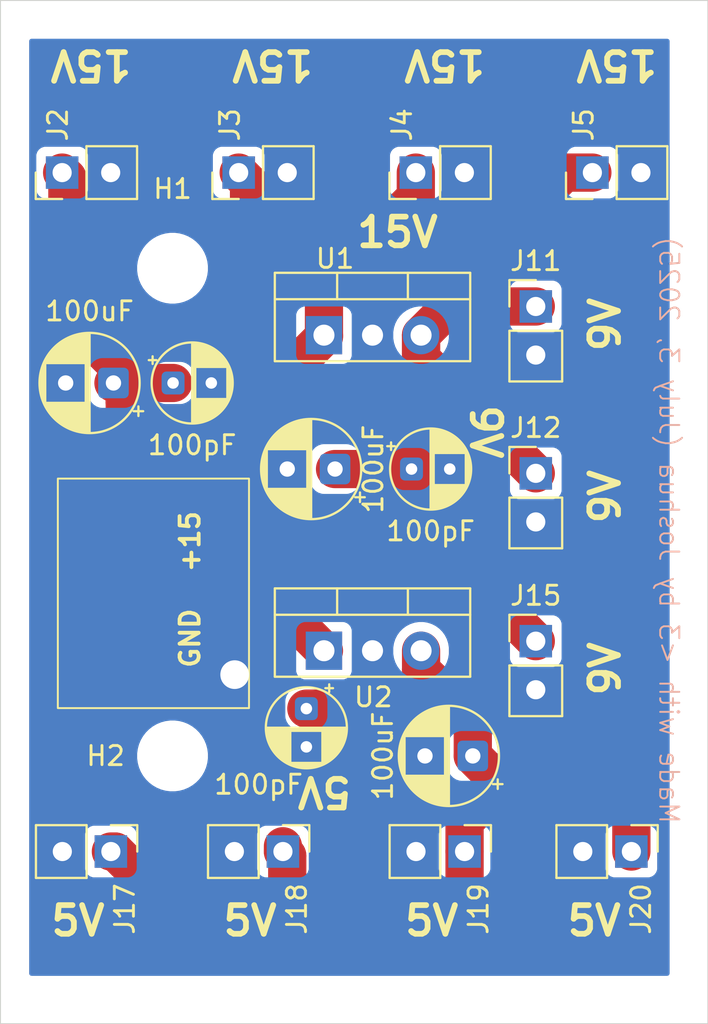
<source format=kicad_pcb>
(kicad_pcb (version 20241229) (generator "pcbnew") (generator_version "9.0")
  (layers (0 "F.Cu" signal) (2 "B.Cu" signal) (13 "F.Paste" user) (15 "B.Paste" user) (5 "F.SilkS" user "F.Silkscreen") (7 "B.SilkS" user "B.Silkscreen") (1 "F.Mask" user) (3 "B.Mask" user) (25 "Edge.Cuts" user))
  (net 0 "")
  (net 1 "Net-(J1-Pin_2)")
  (net 2 "Net-(J17-Pin_1)")
  (net 3 "GND")
  (net 4 "Net-(J11-Pin_1)")
  (footprint "Connector_PinHeader_2.54mm:PinHeader_1x02_P2.54mm_Vertical" (layer "F.Cu") (at 84.275 90 -90)
    (property "Reference" "J18" (at 3 -0.725 90) (layer "F.SilkS"))
    (property "Value" "Conn_01x02")
    (pad "1" thru_hole rect (at 0 0 270) (size 1.7 1.7) (drill 1) (layers "*.Cu" "*.Mask") (net 2 "Net-(J17-Pin_1)"))
    (pad "2" thru_hole circle (at 0 2.54 270) (size 1.7 1.7) (drill 1) (layers "*.Cu" "*.Mask") (net 3 "GND"))
  )
  (footprint "Connector_PinHeader_2.54mm:PinHeader_1x02_P2.54mm_Vertical" (layer "F.Cu") (at 100.46 54.5 90)
    (property "Reference" "J5" (at 2.5 -0.46 90) (layer "F.SilkS"))
    (property "Value" "Conn_01x02")
    (pad "1" thru_hole rect (at 0 0 90) (size 1.7 1.7) (drill 1) (layers "*.Cu" "*.Mask") (net 1 "Net-(J1-Pin_2)"))
    (pad "2" thru_hole circle (at 0 2.54 90) (size 1.7 1.7) (drill 1) (layers "*.Cu" "*.Mask") (net 3 "GND"))
  )
  (footprint "Connector_PinHeader_2.54mm:PinHeader_1x02_P2.54mm_Vertical" (layer "F.Cu") (at 97.5 61.5)
    (property "Reference" "J11" (at 0 -2.38 0) (layer "F.SilkS"))
    (property "Value" "Conn_01x02")
    (pad "1" thru_hole rect (at 0 0) (size 1.7 1.7) (drill 1) (layers "*.Cu" "*.Mask") (net 4 "Net-(J11-Pin_1)"))
    (pad "2" thru_hole circle (at 0 2.54) (size 1.7 1.7) (drill 1) (layers "*.Cu" "*.Mask") (net 3 "GND"))
  )
  (footprint "Connector_PinHeader_2.54mm:PinHeader_1x02_P2.54mm_Vertical" (layer "F.Cu") (at 102.5 90 -90)
    (property "Reference" "J20" (at 3 -0.5 90) (layer "F.SilkS"))
    (property "Value" "Conn_01x02")
    (pad "1" thru_hole rect (at 0 0 270) (size 1.7 1.7) (drill 1) (layers "*.Cu" "*.Mask") (net 2 "Net-(J17-Pin_1)"))
    (pad "2" thru_hole circle (at 0 2.54 270) (size 1.7 1.7) (drill 1) (layers "*.Cu" "*.Mask") (net 3 "GND"))
  )
  (footprint "Connector_PinHeader_2.54mm:PinHeader_1x02_P2.54mm_Vertical" (layer "F.Cu") (at 91.225 54.5 90)
    (property "Reference" "J4" (at 2.5 -0.725 90) (layer "F.SilkS"))
    (property "Value" "Conn_01x02")
    (pad "1" thru_hole rect (at 0 0 90) (size 1.7 1.7) (drill 1) (layers "*.Cu" "*.Mask") (net 1 "Net-(J1-Pin_2)"))
    (pad "2" thru_hole circle (at 0 2.54 90) (size 1.7 1.7) (drill 1) (layers "*.Cu" "*.Mask") (net 3 "GND"))
  )
  (footprint "Package_TO_SOT_THT:TO-220-3_Vertical" (layer "F.Cu") (at 86.42 63)
    (property "Reference" "U1" (at 0.58 -4 0) (layer "F.SilkS"))
    (property "Value" "LM7805_TO220")
    (pad "1" thru_hole rect (at 0 0) (size 1.905 2) (drill 1.1) (layers "*.Cu" "*.Mask") (net 1 "Net-(J1-Pin_2)"))
    (pad "2" thru_hole oval (at 2.54 0) (size 1.905 2) (drill 1.1) (layers "*.Cu" "*.Mask") (net 3 "GND"))
    (pad "3" thru_hole oval (at 5.08 0) (size 1.905 2) (drill 1.1) (layers "*.Cu" "*.Mask") (net 4 "Net-(J11-Pin_1)"))
  )
  (footprint "Connector_PinHeader_2.54mm:PinHeader_1x02_P2.54mm_Vertical" (layer "F.Cu") (at 81.96 54.5 90)
    (property "Reference" "J3" (at 2.5 -0.46 90) (layer "F.SilkS"))
    (property "Value" "Conn_01x02")
    (pad "1" thru_hole rect (at 0 0 90) (size 1.7 1.7) (drill 1) (layers "*.Cu" "*.Mask") (net 1 "Net-(J1-Pin_2)"))
    (pad "2" thru_hole circle (at 0 2.54 90) (size 1.7 1.7) (drill 1) (layers "*.Cu" "*.Mask") (net 3 "GND"))
  )
  (footprint "Package_TO_SOT_THT:TO-220-3_Vertical" (layer "F.Cu") (at 86.42 79.5)
    (property "Reference" "U2" (at 2.58 2.427401 0) (layer "F.SilkS"))
    (property "Value" "L7809")
    (pad "1" thru_hole rect (at 0 0) (size 1.905 2) (drill 1.1) (layers "*.Cu" "*.Mask") (net 1 "Net-(J1-Pin_2)"))
    (pad "2" thru_hole oval (at 2.54 0) (size 1.905 2) (drill 1.1) (layers "*.Cu" "*.Mask") (net 3 "GND"))
    (pad "3" thru_hole oval (at 5.08 0) (size 1.905 2) (drill 1.1) (layers "*.Cu" "*.Mask") (net 2 "Net-(J17-Pin_1)"))
  )
  (footprint "Capacitor_THT:CP_Radial_D5.0mm_P2.50mm" (layer "F.Cu") (at 94.205113 85 180)
    (property "Reference" "C4")
    (property "Value" "100uF" (at 4.705112 0 90) (layer "F.SilkS"))
    (pad "1" thru_hole roundrect (at 0 0 180) (size 1.6 1.6) (drill 0.8) (layers "*.Cu" "*.Mask") (roundrect_rratio 0.15625) (net 2 "Net-(J17-Pin_1)"))
    (pad "2" thru_hole circle (at 2.5 0 180) (size 1.6 1.6) (drill 0.8) (layers "*.Cu" "*.Mask") (net 3 "GND"))
  )
  (footprint "ENPH22:Untitled" (layer "F.Cu") (at 79 76.5 90)
    (property "Reference" "J1" (hide yes))
    (property "Value" "Conn_01x02" (hide yes))
    (fp_text user "+15" (at 1 1 90) (layer "F.SilkS") (effects (font (thickness 0.2) (bold yes)) (justify left bottom)))
    (fp_text user "GND" (at -4 1 90) (layer "F.SilkS") (effects (font (thickness 0.2) (bold yes)) (justify left bottom)))
    (pad "1" smd roundrect (at -2.5 -3 90) (size 3.5 4) (layers "F.Cu" "F.Mask" "F.Paste") (roundrect_rratio 0.15) (net 3 "GND"))
    (pad "2" smd roundrect (at 3 -3 90) (size 3.5 4) (layers "F.Cu" "F.Mask" "F.Paste") (roundrect_rratio 0.15) (net 1 "Net-(J1-Pin_2)"))
  )
  (footprint "Connector_PinHeader_2.54mm:PinHeader_1x02_P2.54mm_Vertical" (layer "F.Cu") (at 93.775 90 -90)
    (property "Reference" "J19" (at 3 -0.725 90) (layer "F.SilkS"))
    (property "Value" "Conn_01x02")
    (pad "1" thru_hole rect (at 0 0 270) (size 1.7 1.7) (drill 1) (layers "*.Cu" "*.Mask") (net 2 "Net-(J17-Pin_1)"))
    (pad "2" thru_hole circle (at 0 2.54 270) (size 1.7 1.7) (drill 1) (layers "*.Cu" "*.Mask") (net 3 "GND"))
  )
  (footprint "Capacitor_THT:CP_Radial_D4.0mm_P2.00mm" (layer "F.Cu") (at 85.5 82.527401 -90)
    (property "Reference" "C6")
    (property "Value" "100pF" (at 3.972599 2.5 0) (layer "F.SilkS"))
    (pad "1" thru_hole roundrect (at 0 0 270) (size 1.2 1.2) (drill 0.6) (layers "*.Cu" "*.Mask") (roundrect_rratio 0.208333) (net 2 "Net-(J17-Pin_1)"))
    (pad "2" thru_hole circle (at 2 0 270) (size 1.2 1.2) (drill 0.6) (layers "*.Cu" "*.Mask") (net 3 "GND"))
  )
  (footprint "MountingHole:MountingHole_3.2mm_M3" (layer "F.Cu") (at 78.5 59.5)
    (property "Reference" "H1" (at 0 -4.15 0) (layer "F.SilkS"))
    (property "Value" "MountingHole")
    (pad "" np_thru_hole circle (at 0 0) (size 3.2 3.2) (drill 3.2) (layers "*.Cu" "*.Mask"))
  )
  (footprint "Connector_PinHeader_2.54mm:PinHeader_1x02_P2.54mm_Vertical" (layer "F.Cu") (at 72.725 54.5 90)
    (property "Reference" "J2" (at 2.5 -0.225 90) (layer "F.SilkS"))
    (property "Value" "Conn_01x02")
    (pad "1" thru_hole rect (at 0 0 90) (size 1.7 1.7) (drill 1) (layers "*.Cu" "*.Mask") (net 1 "Net-(J1-Pin_2)"))
    (pad "2" thru_hole circle (at 0 2.54 90) (size 1.7 1.7) (drill 1) (layers "*.Cu" "*.Mask") (net 3 "GND"))
  )
  (footprint "Connector_PinHeader_2.54mm:PinHeader_1x02_P2.54mm_Vertical" (layer "F.Cu") (at 75.275 90 -90)
    (property "Reference" "J17" (at 3 -0.725 90) (layer "F.SilkS"))
    (property "Value" "Conn_01x02")
    (pad "1" thru_hole rect (at 0 0 270) (size 1.7 1.7) (drill 1) (layers "*.Cu" "*.Mask") (net 2 "Net-(J17-Pin_1)"))
    (pad "2" thru_hole circle (at 0 2.54 270) (size 1.7 1.7) (drill 1) (layers "*.Cu" "*.Mask") (net 3 "GND"))
  )
  (footprint "Capacitor_THT:CP_Radial_D5.0mm_P2.50mm" (layer "F.Cu") (at 87 70 180)
    (property "Reference" "C2")
    (property "Value" "100uF" (at -2 0 90) (layer "F.SilkS"))
    (pad "1" thru_hole roundrect (at 0 0 180) (size 1.6 1.6) (drill 0.8) (layers "*.Cu" "*.Mask") (roundrect_rratio 0.15625) (net 4 "Net-(J11-Pin_1)"))
    (pad "2" thru_hole circle (at 2.5 0 180) (size 1.6 1.6) (drill 0.8) (layers "*.Cu" "*.Mask") (net 3 "GND"))
  )
  (footprint "Capacitor_THT:CP_Radial_D4.0mm_P2.00mm" (layer "F.Cu") (at 78.527401 65.5)
    (property "Reference" "C3")
    (property "Value" "100pF" (at 1 3.25 0) (layer "F.SilkS"))
    (pad "1" thru_hole roundrect (at 0 0) (size 1.2 1.2) (drill 0.6) (layers "*.Cu" "*.Mask") (roundrect_rratio 0.208333) (net 1 "Net-(J1-Pin_2)"))
    (pad "2" thru_hole circle (at 2 0) (size 1.2 1.2) (drill 0.6) (layers "*.Cu" "*.Mask") (net 3 "GND"))
  )
  (footprint "MountingHole:MountingHole_3.2mm_M3" (layer "F.Cu") (at 78.5 85)
    (property "Reference" "H2" (at -3.5 0 0) (layer "F.SilkS"))
    (property "Value" "MountingHole")
    (pad "" np_thru_hole circle (at 0 0) (size 3.2 3.2) (drill 3.2) (layers "*.Cu" "*.Mask"))
  )
  (footprint "Connector_PinHeader_2.54mm:PinHeader_1x02_P2.54mm_Vertical" (layer "F.Cu") (at 97.5 70.225)
    (property "Reference" "J12" (at 0 -2.38 0) (layer "F.SilkS"))
    (property "Value" "Conn_01x02")
    (pad "1" thru_hole rect (at 0 0) (size 1.7 1.7) (drill 1) (layers "*.Cu" "*.Mask") (net 4 "Net-(J11-Pin_1)"))
    (pad "2" thru_hole circle (at 0 2.54) (size 1.7 1.7) (drill 1) (layers "*.Cu" "*.Mask") (net 3 "GND"))
  )
  (footprint "Capacitor_THT:CP_Radial_D4.0mm_P2.00mm" (layer "F.Cu") (at 91 70)
    (property "Reference" "C5")
    (property "Value" "100pF" (at 1 3.25 0) (layer "F.SilkS"))
    (pad "1" thru_hole roundrect (at 0 0) (size 1.2 1.2) (drill 0.6) (layers "*.Cu" "*.Mask") (roundrect_rratio 0.208333) (net 4 "Net-(J11-Pin_1)"))
    (pad "2" thru_hole circle (at 2 0) (size 1.2 1.2) (drill 0.6) (layers "*.Cu" "*.Mask") (net 3 "GND"))
  )
  (footprint "Connector_PinHeader_2.54mm:PinHeader_1x02_P2.54mm_Vertical" (layer "F.Cu") (at 97.5 79)
    (property "Reference" "J15" (at 0 -2.38 0) (layer "F.SilkS"))
    (property "Value" "Conn_01x02")
    (pad "1" thru_hole rect (at 0 0) (size 1.7 1.7) (drill 1) (layers "*.Cu" "*.Mask") (net 4 "Net-(J11-Pin_1)"))
    (pad "2" thru_hole circle (at 0 2.54) (size 1.7 1.7) (drill 1) (layers "*.Cu" "*.Mask") (net 3 "GND"))
  )
  (footprint "Capacitor_THT:CP_Radial_D5.0mm_P2.50mm" (layer "F.Cu") (at 75.410224 65.5 180)
    (property "Reference" "C1")
    (property "Value" "100uF" (at 1.25 3.75 0) (layer "F.SilkS"))
    (pad "1" thru_hole roundrect (at 0 0 180) (size 1.6 1.6) (drill 0.8) (layers "*.Cu" "*.Mask") (roundrect_rratio 0.15625) (net 1 "Net-(J1-Pin_2)"))
    (pad "2" thru_hole circle (at 2.5 0 180) (size 1.6 1.6) (drill 0.8) (layers "*.Cu" "*.Mask") (net 3 "GND"))
  )
  (gr_rect (start 69.5 45.5) (end 106.5 99) (stroke (width 0.05)) (fill no) (layer "Edge.Cuts"))
  (gr_text "5V" (at 88 86 180) (layer "F.SilkS") (effects (font (size 1.5 1.5) (thickness 0.3) (bold yes)) (justify left bottom)))
  (gr_text "9V" (at 102 82 90) (layer "F.SilkS") (effects (font (size 1.5 1.5) (thickness 0.3) (bold yes)) (justify left bottom)))
  (gr_text "5V" (at 81 94.5 0) (layer "F.SilkS") (effects (font (size 1.5 1.5) (thickness 0.3) (bold yes)) (justify left bottom)))
  (gr_text "5V" (at 99 94.5 0) (layer "F.SilkS") (effects (font (size 1.5 1.5) (thickness 0.3) (bold yes)) (justify left bottom)))
  (gr_text "15V" (at 86 48 180) (layer "F.SilkS") (effects (font (size 1.5 1.5) (thickness 0.3) (bold yes)) (justify left bottom)))
  (gr_text "15V" (at 95 48 180) (layer "F.SilkS") (effects (font (size 1.5 1.5) (thickness 0.3) (bold yes)) (justify left bottom)))
  (gr_text "9V" (at 102 73 90) (layer "F.SilkS") (effects (font (size 1.5 1.5) (thickness 0.3) (bold yes)) (justify left bottom)))
  (gr_text "9V" (at 94 66.5 270) (layer "F.SilkS") (effects (font (size 1.5 1.5) (thickness 0.3) (bold yes)) (justify left bottom)))
  (gr_text "15V" (at 88 58.5 0) (layer "F.SilkS") (effects (font (size 1.5 1.5) (thickness 0.3) (bold yes)) (justify left bottom)))
  (gr_text "15V" (at 104 48 180) (layer "F.SilkS") (effects (font (size 1.5 1.5) (thickness 0.3) (bold yes)) (justify left bottom)))
  (gr_text "5V" (at 90.5 94.5 0) (layer "F.SilkS") (effects (font (size 1.5 1.5) (thickness 0.3) (bold yes)) (justify left bottom)))
  (gr_text "9V" (at 102 64 90) (layer "F.SilkS") (effects (font (size 1.5 1.5) (thickness 0.3) (bold yes)) (justify left bottom)))
  (gr_text "15V" (at 76.5 48 180) (layer "F.SilkS") (effects (font (size 1.5 1.5) (thickness 0.3) (bold yes)) (justify left bottom)))
  (gr_text "5V" (at 72 94.5 0) (layer "F.SilkS") (effects (font (size 1.5 1.5) (thickness 0.3) (bold yes)) (justify left bottom)))
  (gr_text "Made with <3 by Joshua (July 3, 2025)" (at 103.88 88.62 270) (layer "B.SilkS") (effects (font (size 1 1) (thickness 0.1)) (justify left bottom mirror)))
  (segment (start 100.46 54.5) (end 99 54.5) (width 2) (layer "F.Cu") (net 1))
  (segment (start 82.5 55.04) (end 82.5 56.66) (width 2) (layer "F.Cu") (net 1))
  (segment (start 86.42 60.58) (end 86.42 63) (width 2) (layer "F.Cu") (net 1))
  (segment (start 86.42 63.08) (end 76 73.5) (width 2) (layer "F.Cu") (net 1))
  (segment (start 72.725 54.5) (end 73 54.775) (width 2) (layer "F.Cu") (net 1))
  (segment (start 86.42 63) (end 86.42 63.08) (width 2) (layer "F.Cu") (net 1))
  (segment (start 76 66.5) (end 76 73.5) (width 2) (layer "F.Cu") (net 1))
  (segment (start 73.5 58) (end 73.5 62.5) (width 2) (layer "F.Cu") (net 1))
  (segment (start 76 73.5) (end 80.42 73.5) (width 2) (layer "F.Cu") (net 1))
  (segment (start 78.527401 65.5) (end 77 65.5) (width 2) (layer "F.Cu") (net 1))
  (segment (start 82.5 56.66) (end 86.42 60.58) (width 2) (layer "F.Cu") (net 1))
  (segment (start 80.42 73.5) (end 86.42 79.5) (width 2) (layer "F.Cu") (net 1))
  (segment (start 75.410224 65.5) (end 75.5 65.5) (width 2) (layer "F.Cu") (net 1))
  (segment (start 91.225 54.5) (end 91.225 55.775) (width 2) (layer "F.Cu") (net 1))
  (segment (start 91.225 55.775) (end 88.75 58.25) (width 2) (layer "F.Cu") (net 1))
  (segment (start 88.75 58.25) (end 86.42 60.58) (width 2) (layer "F.Cu") (net 1))
  (segment (start 95.5 58) (end 89 58) (width 2) (layer "F.Cu") (net 1))
  (segment (start 75.5 65.5) (end 76 65) (width 2) (layer "F.Cu") (net 1))
  (segment (start 73.5 62.5) (end 76 65) (width 2) (layer "F.Cu") (net 1))
  (segment (start 99 54.5) (end 95.5 58) (width 2) (layer "F.Cu") (net 1))
  (segment (start 89 58) (end 88.75 58.25) (width 2) (layer "F.Cu") (net 1))
  (segment (start 77 65.5) (end 76 66.5) (width 2) (layer "F.Cu") (net 1))
  (segment (start 81.96 54.5) (end 82.5 55.04) (width 2) (layer "F.Cu") (net 1))
  (segment (start 76 65) (end 76 66.5) (width 2) (layer "F.Cu") (net 1))
  (segment (start 73 57.5) (end 73.5 58) (width 2) (layer "F.Cu") (net 1))
  (segment (start 73 54.775) (end 73 57.5) (width 2) (layer "F.Cu") (net 1))
  (segment (start 94 92) (end 93.775 91.775) (width 2) (layer "F.Cu") (net 2))
  (segment (start 93 93) (end 94 92) (width 2) (layer "F.Cu") (net 2))
  (segment (start 75.5 90) (end 78.5 93) (width 2) (layer "F.Cu") (net 2))
  (segment (start 102.5 90) (end 102.5 87.5) (width 2) (layer "F.Cu") (net 2))
  (segment (start 92 81) (end 91.5 80.5) (width 2) (layer "F.Cu") (net 2))
  (segment (start 85.5 82.527401) (end 87.972599 82.527401) (width 2) (layer "F.Cu") (net 2))
  (segment (start 88 82.5) (end 90.5 82.5) (width 2) (layer "F.Cu") (net 2))
  (segment (start 87.972599 82.527401) (end 88 82.5) (width 2) (layer "F.Cu") (net 2))
  (segment (start 93.775 91.775) (end 93.775 90) (width 2) (layer "F.Cu") (net 2))
  (segment (start 95.705113 86.5) (end 94.205113 85) (width 2) (layer "F.Cu") (net 2))
  (segment (start 84.5 90.225) (end 84.275 90) (width 2) (layer "F.Cu") (net 2))
  (segment (start 101.5 86.5) (end 95.705113 86.5) (width 2) (layer "F.Cu") (net 2))
  (segment (start 94.205113 85) (end 94.205113 83.205113) (width 2) (layer "F.Cu") (net 2))
  (segment (start 102.5 87.5) (end 101.5 86.5) (width 2) (layer "F.Cu") (net 2))
  (segment (start 91.5 80.5) (end 91.5 79.5) (width 2) (layer "F.Cu") (net 2))
  (segment (start 75.275 90) (end 75.5 90) (width 2) (layer "F.Cu") (net 2))
  (segment (start 84.5 93) (end 93 93) (width 2) (layer "F.Cu") (net 2))
  (segment (start 78.5 93) (end 84.5 93) (width 2) (layer "F.Cu") (net 2))
  (segment (start 93.775 88.430113) (end 95.705113 86.5) (width 2) (layer "F.Cu") (net 2))
  (segment (start 84.275 90) (end 84.275 89.725) (width 2) (layer "F.Cu") (net 2))
  (segment (start 93.775 90) (end 93.775 88.430113) (width 2) (layer "F.Cu") (net 2))
  (segment (start 90.5 82.5) (end 92 81) (width 2) (layer "F.Cu") (net 2))
  (segment (start 94.205113 83.205113) (end 92 81) (width 2) (layer "F.Cu") (net 2))
  (segment (start 84.5 93) (end 84.5 90.225) (width 2) (layer "F.Cu") (net 2))
  (segment (start 80 79) (end 76 79) (width 2) (layer "F.Cu") (net 3))
  (segment (start 81.75 80.75) (end 80 79) (width 2) (layer "F.Cu") (net 3))
  (via (at 81.75 80.75) (size 3) (drill 1.5) (layers "F.Cu" "B.Cu") (net 3))
  (segment (start 91.5 64.225) (end 97.5 70.225) (width 2) (layer "F.Cu") (net 4))
  (segment (start 91 70) (end 91 72.5) (width 2) (layer "F.Cu") (net 4))
  (segment (start 91.5 63) (end 91.5 64.225) (width 2) (layer "F.Cu") (net 4))
  (segment (start 91 68.5) (end 91 70) (width 2) (layer "F.Cu") (net 4))
  (segment (start 87 70) (end 91 70) (width 2) (layer "F.Cu") (net 4))
  (segment (start 91.5 63) (end 91.5 68) (width 2) (layer "F.Cu") (net 4))
  (segment (start 91 72.5) (end 97.5 79) (width 2) (layer "F.Cu") (net 4))
  (segment (start 91.5 68) (end 91 68.5) (width 2) (layer "F.Cu") (net 4))
  (segment (start 93 61.5) (end 97.5 61.5) (width 2) (layer "F.Cu") (net 4))
  (segment (start 91.5 63) (end 93 61.5) (width 2) (layer "F.Cu") (net 4))
  (zone (net 3) (net_name "GND") (layer "B.Cu") (connect_pads yes (clearance 0.5)) (min_thickness 0.25) (fill yes (thermal_gap 0.5) (thermal_bridge_width 0.5))
    (polygon (pts (xy 71 47.5) (xy 104.5 47.5) (xy 104.5 96.5) (xy 71 96.5)))
  )
)
</source>
